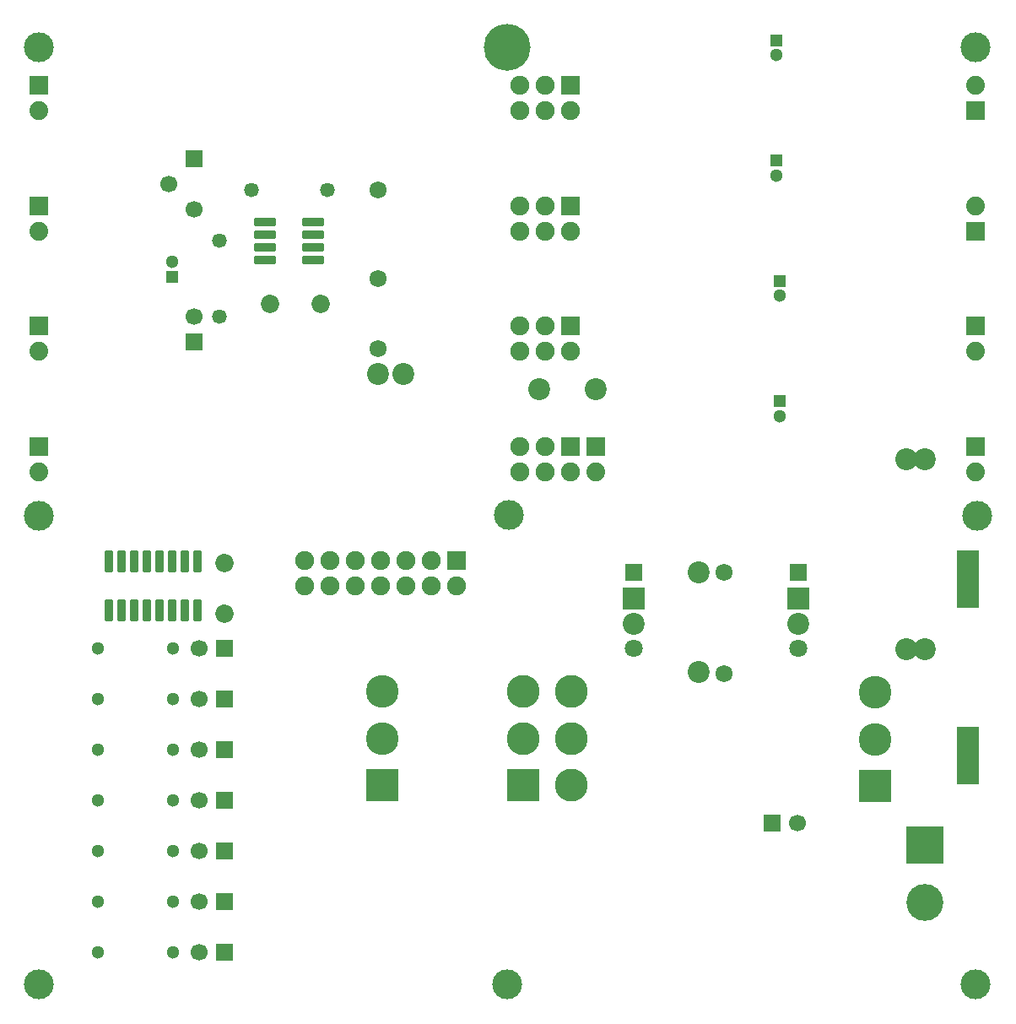
<source format=gbr>
G04 DipTrace 4.3.0.5*
G04 TopMask.gbr*
%MOMM*%
G04 #@! TF.FileFunction,Soldermask,Top*
G04 #@! TF.Part,Single*
%AMOUTLINE1*
4,1,28,
0.16655,-1.135,
-0.16655,-1.135,
-0.2301,-1.12663,
-0.29543,-1.09957,
-0.35153,-1.05653,
-0.39457,-1.00043,
-0.42163,-0.9351,
-0.43,-0.87155,
-0.43,0.87155,
-0.42163,0.9351,
-0.39457,1.00043,
-0.35153,1.05653,
-0.29543,1.09957,
-0.2301,1.12663,
-0.16655,1.135,
0.16655,1.135,
0.2301,1.12663,
0.29543,1.09957,
0.35153,1.05653,
0.39457,1.00043,
0.42163,0.9351,
0.43,0.87155,
0.43,-0.87155,
0.42163,-0.9351,
0.39457,-1.00043,
0.35153,-1.05653,
0.29543,-1.09957,
0.2301,-1.12663,
0.16655,-1.135,
0*%
%AMOUTLINE4*
4,1,28,
-0.16655,1.135,
0.16655,1.135,
0.2301,1.12663,
0.29543,1.09957,
0.35153,1.05653,
0.39457,1.00043,
0.42163,0.9351,
0.43,0.87155,
0.43,-0.87155,
0.42163,-0.9351,
0.39457,-1.00043,
0.35153,-1.05653,
0.29543,-1.09957,
0.2301,-1.12663,
0.16655,-1.135,
-0.16655,-1.135,
-0.2301,-1.12663,
-0.29543,-1.09957,
-0.35153,-1.05653,
-0.39457,-1.00043,
-0.42163,-0.9351,
-0.43,-0.87155,
-0.43,0.87155,
-0.42163,0.9351,
-0.39457,1.00043,
-0.35153,1.05653,
-0.29543,1.09957,
-0.2301,1.12663,
-0.16655,1.135,
0*%
%AMOUTLINE7*
4,1,28,
1.135,0.16655,
1.135,-0.16655,
1.12663,-0.2301,
1.09957,-0.29543,
1.05653,-0.35153,
1.00043,-0.39457,
0.9351,-0.42163,
0.87155,-0.43,
-0.87155,-0.43,
-0.9351,-0.42163,
-1.00043,-0.39457,
-1.05653,-0.35153,
-1.09957,-0.29543,
-1.12663,-0.2301,
-1.135,-0.16655,
-1.135,0.16655,
-1.12663,0.2301,
-1.09957,0.29543,
-1.05653,0.35153,
-1.00043,0.39457,
-0.9351,0.42163,
-0.87155,0.43,
0.87155,0.43,
0.9351,0.42163,
1.00043,0.39457,
1.05653,0.35153,
1.09957,0.29543,
1.12663,0.2301,
1.135,0.16655,
0*%
%AMOUTLINE10*
4,1,28,
-1.135,-0.16655,
-1.135,0.16655,
-1.12663,0.2301,
-1.09957,0.29543,
-1.05653,0.35153,
-1.00043,0.39457,
-0.9351,0.42163,
-0.87155,0.43,
0.87155,0.43,
0.9351,0.42163,
1.00043,0.39457,
1.05653,0.35153,
1.09957,0.29543,
1.12663,0.2301,
1.135,0.16655,
1.135,-0.16655,
1.12663,-0.2301,
1.09957,-0.29543,
1.05653,-0.35153,
1.00043,-0.39457,
0.9351,-0.42163,
0.87155,-0.43,
-0.87155,-0.43,
-0.9351,-0.42163,
-1.00043,-0.39457,
-1.05653,-0.35153,
-1.09957,-0.29543,
-1.12663,-0.2301,
-1.135,-0.16655,
0*%
%ADD31R,1.7X1.7*%
%ADD32C,1.7*%
%ADD56C,3.0*%
%ADD70C,1.47*%
%ADD72C,1.47*%
%ADD74C,2.2*%
%ADD76R,2.2X2.2*%
%ADD77R,1.8X1.8*%
%ADD78R,1.3X1.3*%
%ADD80C,4.7*%
%ADD82C,1.85*%
%ADD84C,2.2*%
%ADD85C,1.8*%
%ADD86C,1.3*%
%ADD88C,3.3*%
%ADD90R,3.3X3.3*%
%ADD92C,3.28*%
%ADD94R,3.28X3.28*%
%ADD96R,2.2X3.2*%
%ADD98R,3.7X3.7*%
%ADD99C,3.7*%
%ADD100C,1.724*%
%ADD102C,1.724*%
%ADD104C,1.9*%
%ADD105R,1.9X1.9*%
%ADD106C,1.89*%
%ADD108R,1.89X1.89*%
%ADD121OUTLINE1*%
%ADD124OUTLINE4*%
%ADD127OUTLINE7*%
%ADD130OUTLINE10*%
%FSLAX35Y35*%
G04*
G71*
G90*
G75*
G01*
G04 TopMask*
%LPD*%
D77*
X2918880Y-563753D3*
D85*
Y-1325753D3*
D77*
X1270000Y-563753D3*
D85*
Y-1325753D3*
D56*
X4699000Y-4699000D3*
X0D3*
X-4699000D3*
X4712753Y0D3*
X13753Y15493D3*
X-4699000Y0D3*
X4699000Y4699000D3*
X-4699000D3*
D108*
Y4318000D3*
D106*
Y4064000D3*
D105*
X635000Y4318000D3*
D104*
Y4064000D3*
X381000Y4318000D3*
Y4064000D3*
X127000Y4318000D3*
Y4064000D3*
D32*
X2912063Y-3076367D3*
D31*
X2658063D3*
D102*
X2172753Y-1579753D3*
D100*
Y-563753D3*
D99*
X4191000Y-3873500D3*
D98*
Y-3302000D3*
D96*
X4617503Y-762000D3*
Y-508000D3*
Y-2532253D3*
Y-2278253D3*
D105*
X-508000Y-444500D3*
D104*
Y-698500D3*
X-762000Y-444500D3*
Y-698500D3*
X-1016000Y-444500D3*
Y-698500D3*
X-1270000Y-444500D3*
Y-698500D3*
X-1524000Y-444500D3*
Y-698500D3*
X-1778000Y-444500D3*
Y-698500D3*
X-2032000Y-444500D3*
Y-698500D3*
D32*
X-3097747Y-1325753D3*
D31*
X-2843747D3*
D94*
X-1256247Y-2699553D3*
D92*
Y-2229553D3*
Y-1759553D3*
D90*
X153253Y-2699553D3*
D88*
Y-2229553D3*
Y-1759553D3*
X636253D3*
Y-2229553D3*
Y-2699553D3*
D121*
X-3111500Y-456000D3*
X-3238500D3*
X-3365500D3*
X-3492500D3*
X-3619500D3*
X-3746500D3*
X-3873500D3*
X-4000500D3*
D124*
Y-941000D3*
X-3873500D3*
X-3746500D3*
X-3619500D3*
X-3492500D3*
X-3365500D3*
X-3238500D3*
X-3111500D3*
D86*
X-4107747Y-1325753D3*
X-3357747D3*
X-4107747Y-1833753D3*
X-3357747D3*
X-4107747Y-2341753D3*
X-3357747D3*
X-4107747Y-2849753D3*
X-3357747D3*
X-4107747Y-3357753D3*
X-3357747D3*
X-4107747Y-3865753D3*
X-3357747D3*
X-4107747Y-4373753D3*
X-3357747D3*
D32*
X-3097747Y-1833753D3*
D31*
X-2843747D3*
D32*
X-3097747Y-2341753D3*
D31*
X-2843747D3*
D32*
X-3097747Y-2849753D3*
D31*
X-2843747D3*
D32*
X-3097747Y-3357753D3*
D31*
X-2843747D3*
D32*
X-3097747Y-3865753D3*
D31*
X-2843747D3*
D32*
X-3097747Y-4373753D3*
D31*
X-2843747D3*
D84*
X1918753Y-563753D3*
Y-1564500D3*
D82*
X-2843747Y-976503D3*
Y-468503D3*
D94*
X3685267Y-2707300D3*
D92*
Y-2237300D3*
Y-1767300D3*
D80*
X0Y4699000D3*
D108*
X-4699000Y3111500D3*
D106*
Y2857500D3*
D105*
X635000Y3111500D3*
D104*
Y2857500D3*
X381000Y3111500D3*
Y2857500D3*
X127000Y3111500D3*
Y2857500D3*
D78*
X2698750Y3567500D3*
D86*
Y3417500D3*
D78*
X2730500Y1154500D3*
D86*
Y1004500D3*
D78*
X2698750Y4774000D3*
D86*
Y4624000D3*
D105*
X635000Y1905000D3*
D104*
Y1651000D3*
X381000Y1905000D3*
Y1651000D3*
X127000Y1905000D3*
Y1651000D3*
D78*
X2730500Y2361000D3*
D86*
Y2211000D3*
D108*
X4699000Y2857500D3*
D106*
Y3111500D3*
D108*
X-4699000Y1905000D3*
D106*
Y1651000D3*
D108*
X4699000Y1905000D3*
D106*
Y1651000D3*
D108*
Y4064000D3*
D106*
Y4318000D3*
D108*
X-4699000Y698500D3*
D106*
Y444500D3*
D105*
X635000Y698500D3*
D104*
Y444500D3*
X381000Y698500D3*
Y444500D3*
X127000Y698500D3*
Y444500D3*
D108*
X4699000Y698500D3*
D106*
Y444500D3*
D76*
X1270000Y-825500D3*
X2921000D3*
D74*
X1270000Y-1079500D3*
X2921000D3*
D82*
X-2381250Y2127250D3*
X-1873250D3*
D32*
X-3143250Y2000250D3*
D31*
Y1746250D3*
D72*
X-1809750Y3270250D3*
D70*
X-2571750D3*
D31*
X-3143250Y3587750D3*
D32*
X-3397250Y3333750D3*
X-3143250Y3079750D3*
D72*
X-2889250Y2000250D3*
D70*
Y2762250D3*
D102*
X-1301750Y3270250D3*
Y1682750D3*
Y2381250D3*
D127*
X-2433250Y2952750D3*
Y2825750D3*
Y2698750D3*
Y2571750D3*
D130*
X-1948250D3*
Y2698750D3*
Y2825750D3*
Y2952750D3*
D74*
X-1301750Y1428750D3*
X-1047750D3*
D78*
X-3365500Y2401500D3*
D86*
Y2551500D3*
D108*
X889000Y698500D3*
D106*
Y444500D3*
D74*
X317500Y1270000D3*
X889000D3*
X4191000Y-1333500D3*
Y571500D3*
X4000500Y-1333500D3*
Y571500D3*
M02*

</source>
